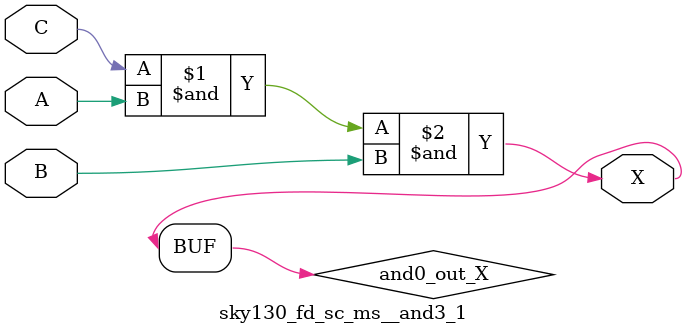
<source format=v>
/*
 * Copyright 2020 The SkyWater PDK Authors
 *
 * Licensed under the Apache License, Version 2.0 (the "License");
 * you may not use this file except in compliance with the License.
 * You may obtain a copy of the License at
 *
 *     https://www.apache.org/licenses/LICENSE-2.0
 *
 * Unless required by applicable law or agreed to in writing, software
 * distributed under the License is distributed on an "AS IS" BASIS,
 * WITHOUT WARRANTIES OR CONDITIONS OF ANY KIND, either express or implied.
 * See the License for the specific language governing permissions and
 * limitations under the License.
 *
 * SPDX-License-Identifier: Apache-2.0
*/


`ifndef SKY130_FD_SC_MS__AND3_1_FUNCTIONAL_V
`define SKY130_FD_SC_MS__AND3_1_FUNCTIONAL_V

/**
 * and3: 3-input AND.
 *
 * Verilog simulation functional model.
 */

`timescale 1ns / 1ps
`default_nettype none

`celldefine
module sky130_fd_sc_ms__and3_1 (
    X,
    A,
    B,
    C
);

    // Module ports
    output X;
    input  A;
    input  B;
    input  C;

    // Local signals
    wire and0_out_X;

    //  Name  Output      Other arguments
    and and0 (and0_out_X, C, A, B        );
    buf buf0 (X         , and0_out_X     );

endmodule
`endcelldefine

`default_nettype wire
`endif  // SKY130_FD_SC_MS__AND3_1_FUNCTIONAL_V

</source>
